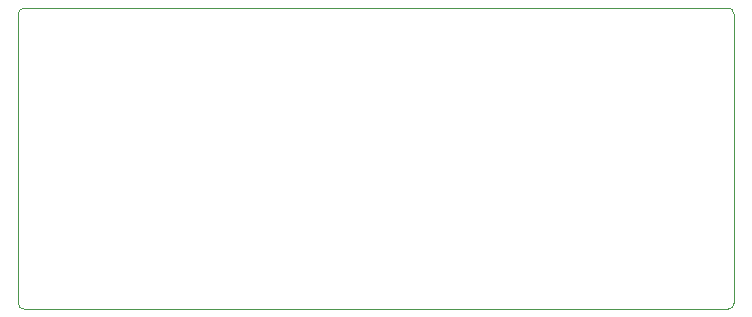
<source format=gm1>
G04 #@! TF.GenerationSoftware,KiCad,Pcbnew,8.0.1-8.0.1-1~ubuntu22.04.1*
G04 #@! TF.CreationDate,2024-09-21T08:51:11+02:00*
G04 #@! TF.ProjectId,NerdNOS,4e657264-4e4f-4532-9e6b-696361645f70,rev?*
G04 #@! TF.SameCoordinates,Original*
G04 #@! TF.FileFunction,Profile,NP*
%FSLAX46Y46*%
G04 Gerber Fmt 4.6, Leading zero omitted, Abs format (unit mm)*
G04 Created by KiCad (PCBNEW 8.0.1-8.0.1-1~ubuntu22.04.1) date 2024-09-21 08:51:11*
%MOMM*%
%LPD*%
G01*
G04 APERTURE LIST*
G04 #@! TA.AperFunction,Profile*
%ADD10C,0.050000*%
G04 #@! TD*
G04 APERTURE END LIST*
D10*
X80300000Y-54000000D02*
G75*
G02*
X80800000Y-53500000I500000J0D01*
G01*
X80800000Y-79000000D02*
X140400000Y-79000000D01*
X140900000Y-78500000D02*
G75*
G02*
X140400000Y-79000000I-500000J0D01*
G01*
X80800000Y-79000000D02*
G75*
G02*
X80300000Y-78500000I0J500000D01*
G01*
X80300000Y-54000000D02*
X80300000Y-78500000D01*
X140900000Y-78500000D02*
X140900000Y-54000000D01*
X140400000Y-53500000D02*
X80800000Y-53500000D01*
X140400000Y-53500000D02*
G75*
G02*
X140900000Y-54000000I0J-500000D01*
G01*
M02*

</source>
